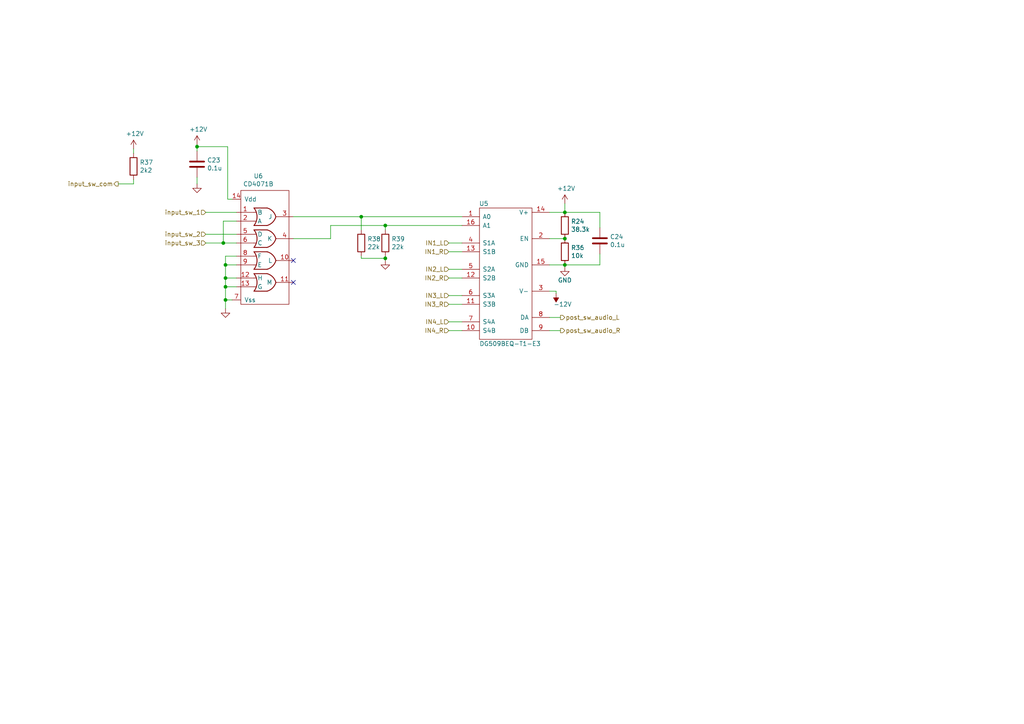
<source format=kicad_sch>
(kicad_sch (version 20230121) (generator eeschema)
  (paper "A4")
  (title_block (comment 1 "https://sound-au.com/") (comment 2 "Based on designs by Elliot Sound Products"))
  (lib_symbols
    (symbol "Device:C" (pin_numbers hide) (pin_names (offset 0.254))
      (property "Reference" "C" (at 0.635 2.54 0))
      (property "Value" "C" (at 0.635 -2.54 0))
      (symbol "C_0_1"
        (polyline (pts (xy -2.032 -0.762) (xy 2.032 -0.762)) (stroke (width 0.508)))
        (polyline (pts (xy -2.032 0.762) (xy 2.032 0.762)) (stroke (width 0.508)))
      )
      (symbol "C_1_1"
        (pin passive line (at 0 3.81 270) (length 2.794) (name "~") (number "1"))
        (pin passive line (at 0 -3.81 90) (length 2.794) (name "~") (number "2"))
      )
    )
    (symbol "Device:R" (pin_numbers hide) (pin_names (offset 0))
      (property "Reference" "R" (at 2.032 0 90))
      (property "Value" "R" (at 0 0 90))
      (symbol "R_0_1"
        (rectangle (start -1.016 -2.54) (end 1.016 2.54) (stroke (width 0.254)))
      )
      (symbol "R_1_1"
        (pin passive line (at 0 3.81 270) (length 1.27) (name "~") (number "1"))
        (pin passive line (at 0 -3.81 90) (length 1.27) (name "~") (number "2"))
      )
    )
    (symbol "audio_amp_custom:CD4071B" (pin_names (offset 1.016))
      (property "Reference" "U" (at 6.35 5.08 0))
      (property "Value" "CD4071B" (at 15.24 -30.48 0))
      (symbol "CD4071B_0_0"
        (pin input line (at 3.81 -2.54 0) (length 5.08) (name "B") (number "1"))
        (pin output line (at 20.32 -16.51 180) (length 5.08) (name "L") (number "10"))
        (pin output line (at 20.32 -22.86 180) (length 5.08) (name "M") (number "11"))
        (pin input line (at 3.81 -21.59 0) (length 5.08) (name "H") (number "12"))
        (pin input line (at 3.81 -24.13 0) (length 5.08) (name "G") (number "13"))
        (pin input line (at 3.81 -5.08 0) (length 5.08) (name "A") (number "2"))
        (pin output line (at 20.32 -3.81 180) (length 5.08) (name "J") (number "3"))
        (pin output line (at 20.32 -10.16 180) (length 5.08) (name "K") (number "4"))
        (pin input line (at 3.81 -8.89 0) (length 5.08) (name "D") (number "5"))
        (pin input line (at 3.81 -11.43 0) (length 5.08) (name "C") (number "6"))
        (pin power_in line (at 2.54 -27.94 0) (length 2.54) (name "Vss") (number "7"))
        (pin input line (at 3.81 -15.24 0) (length 5.08) (name "F") (number "8"))
        (pin input line (at 3.81 -17.78 0) (length 5.08) (name "E") (number "9"))
      )
      (symbol "CD4071B_0_1"
        (rectangle (start 5.08 3.81) (end 19.05 -29.21))
      )
      (symbol "CD4071B_1_1"
        (polyline (pts (xy 8.89 -24.13) (xy 9.525 -24.13)))
        (polyline (pts (xy 8.89 -21.59) (xy 9.525 -21.59)))
        (polyline (pts (xy 8.89 -17.78) (xy 9.525 -17.78)))
        (polyline (pts (xy 8.89 -15.24) (xy 9.525 -15.24)))
        (polyline (pts (xy 8.89 -11.43) (xy 9.525 -11.43)))
        (polyline (pts (xy 8.89 -8.89) (xy 9.525 -8.89)))
        (polyline (pts (xy 8.89 -5.08) (xy 9.525 -5.08)))
        (polyline (pts (xy 8.89 -2.54) (xy 9.525 -2.54)))
        (polyline (pts (xy 12.7 -25.4) (xy 8.89 -25.4)) (stroke (width 0.254)) (fill (type background)))
        (polyline (pts (xy 12.7 -20.32) (xy 8.89 -20.32)) (stroke (width 0.254)) (fill (type background)))
        (polyline (pts (xy 12.7 -19.05) (xy 8.89 -19.05)) (stroke (width 0.254)) (fill (type background)))
        (polyline (pts (xy 12.7 -13.97) (xy 8.89 -13.97)) (stroke (width 0.254)) (fill (type background)))
        (polyline (pts (xy 12.7 -12.7) (xy 8.89 -12.7)) (stroke (width 0.254)) (fill (type background)))
        (polyline (pts (xy 12.7 -7.62) (xy 8.89 -7.62)) (stroke (width 0.254)) (fill (type background)))
        (polyline (pts (xy 12.7 -6.35) (xy 8.89 -6.35)) (stroke (width 0.254)) (fill (type background)))
        (polyline (pts (xy 12.7 -1.27) (xy 8.89 -1.27)) (stroke (width 0.254)) (fill (type background)))
        (arc (start 8.89 -25.4) (mid 9.781 -22.86) (end 8.89 -20.32) (stroke (width 0.254)))
        (arc (start 8.89 -19.05) (mid 9.781 -16.51) (end 8.89 -13.97) (stroke (width 0.254)))
        (arc (start 8.89 -12.7) (mid 9.781 -10.16) (end 8.89 -7.62) (stroke (width 0.254)))
        (arc (start 8.89 -6.35) (mid 9.781 -3.81) (end 8.89 -1.27) (stroke (width 0.254)))
        (arc (start 12.7 -25.4) (mid 14.2993 -24.4627) (end 15.24 -22.86) (stroke (width 0.254)))
        (arc (start 12.7 -19.05) (mid 14.2993 -18.1127) (end 15.24 -16.51) (stroke (width 0.254)))
        (arc (start 12.7 -12.7) (mid 14.2993 -11.7627) (end 15.24 -10.16) (stroke (width 0.254)))
        (arc (start 12.7 -6.35) (mid 14.2993 -5.4127) (end 15.24 -3.81) (stroke (width 0.254)))
        (arc (start 15.24 -22.86) (mid 14.3119 -21.2448) (end 12.7 -20.32) (stroke (width 0.254)))
        (arc (start 15.24 -16.51) (mid 14.3119 -14.8948) (end 12.7 -13.97) (stroke (width 0.254)))
        (arc (start 15.24 -10.16) (mid 14.3119 -8.5448) (end 12.7 -7.62) (stroke (width 0.254)))
        (arc (start 15.24 -3.81) (mid 14.3119 -2.1948) (end 12.7 -1.27) (stroke (width 0.254)))
        (pin power_in line (at 2.54 1.27 0) (length 2.54) (name "Vdd") (number "14"))
      )
    )
    (symbol "audio_amp_custom:DG509BEQ-T1-E3" (pin_names (offset 0.889))
      (property "Reference" "U" (at -7.62 17.78 0))
      (property "Value" "DG509BEQ-T1-E3" (at 1.27 -22.86 0))
      (symbol "DG509BEQ-T1-E3_0_0"
        (pin input line (at -12.7 13.97 0) (length 5.08) (name "A0") (number "1"))
        (pin input line (at -12.7 -19.05 0) (length 5.08) (name "S4B") (number "10"))
        (pin input line (at -12.7 -11.43 0) (length 5.08) (name "S3B") (number "11"))
        (pin input line (at -12.7 -3.81 0) (length 5.08) (name "S2B") (number "12"))
        (pin input line (at -12.7 3.81 0) (length 5.08) (name "S1B") (number "13"))
        (pin power_in line (at 12.7 15.24 180) (length 5.08) (name "V+") (number "14"))
        (pin passive line (at 12.7 0 180) (length 5.08) (name "GND") (number "15"))
        (pin input line (at -12.7 11.43 0) (length 5.08) (name "A1") (number "16"))
        (pin input line (at 12.7 7.62 180) (length 5.08) (name "EN") (number "2"))
        (pin power_in line (at 12.7 -7.62 180) (length 5.08) (name "V-") (number "3"))
        (pin input line (at -12.7 6.35 0) (length 5.08) (name "S1A") (number "4"))
        (pin input line (at -12.7 -1.27 0) (length 5.08) (name "S2A") (number "5"))
        (pin input line (at -12.7 -8.89 0) (length 5.08) (name "S3A") (number "6"))
        (pin input line (at -12.7 -16.51 0) (length 5.08) (name "S4A") (number "7"))
        (pin output line (at 12.7 -15.24 180) (length 5.08) (name "DA") (number "8"))
        (pin output line (at 12.7 -19.05 180) (length 5.08) (name "DB") (number "9"))
      )
      (symbol "DG509BEQ-T1-E3_0_1"
        (rectangle (start -7.62 16.51) (end 7.62 -21.59))
      )
    )
    (symbol "power:+12V" (power) (pin_names (offset 0))
      (property "Value" "+12V" (at 0 3.556 0))
      (symbol "+12V_0_1"
        (polyline (pts (xy -0.762 1.27) (xy 0 2.54)))
        (polyline (pts (xy 0 0) (xy 0 2.54)))
        (polyline (pts (xy 0 2.54) (xy 0.762 1.27)))
      )
      (symbol "+12V_1_1"
        (pin power_in line (at 0 0 90) (length 0) hide (name "+12V") (number "1"))
      )
    )
    (symbol "power:-12V" (power) (pin_names (offset 0))
      (property "Value" "-12V" (at 0 3.81 0))
      (symbol "-12V_0_0"
        (pin power_in line (at 0 0 90) (length 0) hide (name "-12V") (number "1"))
      )
      (symbol "-12V_0_1"
        (polyline (pts (xy 0 0) (xy 0 1.27) (xy 0.762 1.27) (xy 0 2.54) (xy -0.762 1.27) (xy 0 1.27)) (fill (type outline)))
      )
    )
    (symbol "power:GND" (power) (pin_names (offset 0))
      (property "Value" "GND" (at 0 -3.81 0))
      (symbol "GND_0_1"
        (polyline (pts (xy 0 0) (xy 0 -1.27) (xy 1.27 -1.27) (xy 0 -2.54) (xy -1.27 -1.27) (xy 0 -1.27)))
      )
      (symbol "GND_1_1"
        (pin power_in line (at 0 0 270) (length 0) hide (name "GND") (number "1"))
      )
    )
  )
  (junction (at 65.405 86.995))
  (junction (at 65.405 76.835))
  (junction (at 163.83 61.595))
  (junction (at 65.405 80.645))
  (junction (at 111.76 74.93))
  (junction (at 57.15 42.545))
  (junction (at 104.775 62.865))
  (junction (at 111.76 65.405))
  (junction (at 163.83 76.835))
  (junction (at 64.77 70.485))
  (junction (at 163.83 69.215))
  (junction (at 65.405 83.185))
  (no_connect (at 85.09 75.565))
  (no_connect (at 85.09 81.915))
  (wire (pts (xy 111.76 75.565) (xy 111.76 74.93)))
  (wire (pts (xy 130.175 70.485) (xy 133.985 70.485)))
  (wire (pts (xy 104.775 62.865) (xy 104.775 66.675)))
  (wire (pts (xy 159.385 76.835) (xy 163.83 76.835)))
  (wire (pts (xy 159.385 92.075) (xy 162.56 92.075)))
  (wire (pts (xy 34.29 53.34) (xy 38.735 53.34)))
  (wire (pts (xy 65.405 89.535) (xy 65.405 86.995)))
  (wire (pts (xy 65.405 86.995) (xy 67.31 86.995)))
  (wire (pts (xy 130.175 73.025) (xy 133.985 73.025)))
  (wire (pts (xy 130.175 78.105) (xy 133.985 78.105)))
  (wire (pts (xy 130.175 95.885) (xy 133.985 95.885)))
  (wire (pts (xy 57.15 43.815) (xy 57.15 42.545)))
  (wire (pts (xy 104.775 74.93) (xy 104.775 74.295)))
  (wire (pts (xy 95.885 69.215) (xy 95.885 65.405)))
  (wire (pts (xy 64.77 70.485) (xy 59.69 70.485)))
  (wire (pts (xy 57.15 42.545) (xy 57.15 41.91)))
  (wire (pts (xy 85.09 69.215) (xy 95.885 69.215)))
  (wire (pts (xy 111.76 74.93) (xy 111.76 74.295)))
  (wire (pts (xy 111.76 65.405) (xy 111.76 66.675)))
  (wire (pts (xy 57.15 53.34) (xy 57.15 51.435)))
  (wire (pts (xy 173.99 76.835) (xy 163.83 76.835)))
  (wire (pts (xy 68.58 70.485) (xy 64.77 70.485)))
  (wire (pts (xy 65.405 74.295) (xy 65.405 76.835)))
  (wire (pts (xy 68.58 64.135) (xy 64.77 64.135)))
  (wire (pts (xy 159.385 61.595) (xy 163.83 61.595)))
  (wire (pts (xy 68.58 61.595) (xy 59.69 61.595)))
  (wire (pts (xy 68.58 74.295) (xy 65.405 74.295)))
  (wire (pts (xy 38.735 44.45) (xy 38.735 43.18)))
  (wire (pts (xy 66.04 42.545) (xy 66.04 57.785)))
  (wire (pts (xy 65.405 76.835) (xy 65.405 80.645)))
  (wire (pts (xy 163.83 61.595) (xy 163.83 59.055)))
  (wire (pts (xy 159.385 95.885) (xy 162.56 95.885)))
  (wire (pts (xy 65.405 80.645) (xy 65.405 83.185)))
  (wire (pts (xy 159.385 69.215) (xy 163.83 69.215)))
  (wire (pts (xy 111.76 74.93) (xy 104.775 74.93)))
  (wire (pts (xy 65.405 83.185) (xy 65.405 86.995)))
  (wire (pts (xy 161.29 85.09) (xy 161.29 84.455)))
  (wire (pts (xy 68.58 80.645) (xy 65.405 80.645)))
  (wire (pts (xy 130.175 88.265) (xy 133.985 88.265)))
  (wire (pts (xy 130.175 93.345) (xy 133.985 93.345)))
  (wire (pts (xy 38.735 52.07) (xy 38.735 53.34)))
  (wire (pts (xy 130.175 85.725) (xy 133.985 85.725)))
  (wire (pts (xy 130.175 80.645) (xy 133.985 80.645)))
  (wire (pts (xy 161.29 84.455) (xy 159.385 84.455)))
  (wire (pts (xy 66.04 57.785) (xy 67.31 57.785)))
  (wire (pts (xy 173.99 61.595) (xy 163.83 61.595)))
  (wire (pts (xy 111.76 65.405) (xy 133.985 65.405)))
  (wire (pts (xy 68.58 76.835) (xy 65.405 76.835)))
  (wire (pts (xy 95.885 65.405) (xy 111.76 65.405)))
  (wire (pts (xy 68.58 67.945) (xy 59.69 67.945)))
  (wire (pts (xy 173.99 73.66) (xy 173.99 76.835)))
  (wire (pts (xy 64.77 64.135) (xy 64.77 70.485)))
  (wire (pts (xy 104.775 62.865) (xy 85.09 62.865)))
  (wire (pts (xy 57.15 42.545) (xy 66.04 42.545)))
  (wire (pts (xy 173.99 66.04) (xy 173.99 61.595)))
  (wire (pts (xy 68.58 83.185) (xy 65.405 83.185)))
  (wire (pts (xy 163.83 76.835) (xy 163.83 77.47)))
  (wire (pts (xy 104.775 62.865) (xy 133.985 62.865)))
  (hierarchical_label "IN4_L" (shape input) (at 130.175 93.345 180))
  (hierarchical_label "IN2_R" (shape input) (at 130.175 80.645 180))
  (hierarchical_label "post_sw_audio_L" (shape output) (at 162.56 92.075 0))
  (hierarchical_label "post_sw_audio_R" (shape output) (at 162.56 95.885 0))
  (hierarchical_label "input_sw_com" (shape output) (at 34.29 53.34 180))
  (hierarchical_label "input_sw_3" (shape input) (at 59.69 70.485 180))
  (hierarchical_label "IN1_L" (shape input) (at 130.175 70.485 180))
  (hierarchical_label "input_sw_1" (shape input) (at 59.69 61.595 180))
  (hierarchical_label "IN1_R" (shape input) (at 130.175 73.025 180))
  (hierarchical_label "IN3_R" (shape input) (at 130.175 88.265 180))
  (hierarchical_label "IN4_R" (shape input) (at 130.175 95.885 180))
  (hierarchical_label "input_sw_2" (shape input) (at 59.69 67.945 180))
  (hierarchical_label "IN3_L" (shape input) (at 130.175 85.725 180))
  (hierarchical_label "IN2_L" (shape input) (at 130.175 78.105 180))
  (symbol (lib_id "power:GND") (at 163.83 77.47 0) (unit 1)
    (property "Reference" "#PWR037" (effects hide))
    (property "Value" "GND" (at 163.83 81.28 0))
  )
  (symbol (lib_id "power:-12V") (at 161.29 85.09 180) (unit 1)
    (property "Reference" "#PWR035" (effects hide))
    (property "Value" "-12V" (at 163.195 88.265 0))
  )
  (symbol (lib_id "power:+12V") (at 163.83 59.055 0) (unit 1)
    (property "Reference" "#PWR036" (effects hide))
    (property "Value" "+12V" (at 164.211 54.6608 0))
  )
  (symbol (lib_id "audio_amp_custom:DG509BEQ-T1-E3") (at 146.685 76.835 0) (unit 1)
    (property "Reference" "U5" (at 140.335 59.055 0))
    (property "Value" "DG509BEQ-T1-E3" (at 147.955 99.695 0))
    (property "Footprint" "Package_SO:TSSOP-16_4.4x5mm_P0.65mm" (effects hide))
    (property "Datasheet" "http://www.vishay.com/docs/64821/dg508b.pdf" (effects hide))
    (property "DigiKey" "https://www.digikey.com/product-detail/en/vishay-siliconix/DG509BEQ-T1-E3/DG509BEQ-T1-E3CT-ND/2296900" (effects hide))
    (property "MFG" "Vishay Siliconix" (effects hide))
    (property "MPN" "DG509BEQ-T1-E3" (effects hide))
  )
  (symbol (lib_id "Device:R") (at 163.83 65.405 0) (unit 1)
    (property "Reference" "R24" (at 165.608 64.2366 0) (effects (justify left)))
    (property "Value" "38.3k" (at 165.608 66.548 0) (effects (justify left)))
    (property "Footprint" "Resistor_SMD:R_0201_0603Metric_Pad0.64x0.40mm_HandSolder" (effects hide))
    (property "DigiKey" "https://www.digikey.com/product-detail/en/panasonic-electronic-components/ERJ-3EKF3832V/P38-3KHCT-ND/198358" (effects hide))
    (property "MFG" "Panasonic Electronic Components" (effects hide))
    (property "MPN" "ERJ-3EKF3832V" (effects hide))
  )
  (symbol (lib_id "Device:R") (at 163.83 73.025 0) (unit 1)
    (property "Reference" "R36" (at 165.608 71.8566 0) (effects (justify left)))
    (property "Value" "10k" (at 165.608 74.168 0) (effects (justify left)))
    (property "Footprint" "Resistor_SMD:R_0201_0603Metric_Pad0.64x0.40mm_HandSolder" (effects hide))
    (property "DigiKey" "https://www.digikey.com/product-detail/en/te-connectivity-passive-product/CRGCQ0603F10K/A129700CT-ND/8577532" (effects hide))
    (property "MFG" "TE Connectivity Passive Product" (effects hide))
    (property "MPN" "CRGCQ0603F10K" (effects hide))
  )
  (symbol (lib_id "Device:R") (at 38.735 48.26 0) (unit 1)
    (property "Reference" "R37" (at 40.513 47.0916 0) (effects (justify left)))
    (property "Value" "2k2" (at 40.513 49.403 0) (effects (justify left)))
    (property "Footprint" "Resistor_SMD:R_0201_0603Metric_Pad0.64x0.40mm_HandSolder" (effects hide))
    (property "DigiKey" "https://www.digikey.com/product-detail/en/te-connectivity-passive-product/CRGCQ0603F2K2/A129692CT-ND/8577524" (effects hide))
    (property "MFG" "TE Connectivity Passive Product" (effects hide))
    (property "MPN" "CRGCQ0603F2K2" (effects hide))
  )
  (symbol (lib_id "power:+12V") (at 38.735 43.18 0) (unit 1)
    (property "Reference" "#PWR038" (effects hide))
    (property "Value" "+12V" (at 39.116 38.7858 0))
  )
  (symbol (lib_id "audio_amp_custom:CD4071B") (at 64.77 59.055 0) (unit 1)
    (property "Reference" "U6" (at 74.93 51.054 0))
    (property "Value" "CD4071B" (at 74.93 53.3654 0))
    (property "Footprint" "Package_SO:SOIC-14_3.9x8.7mm_P1.27mm" (effects hide))
    (property "Datasheet" "http://www.ti.com/general/docs/suppproductinfo.tsp?distId=10&gotoUrl=http%3A%2F%2Fwww.ti.com%2Flit%2Fgpn%2Fcd4071b" (effects hide))
    (property "DigiKey" "https://www.digikey.com/en/products/detail/texas-instruments/CD4071BM/528406" (effects hide))
    (property "MFG" "Texas Instruments" (effects hide))
    (property "MPN" "CD4071BM96" (effects hide))
  )
  (symbol (lib_id "power:GND") (at 65.405 89.535 0) (unit 1)
    (property "Reference" "#PWR041" (effects hide))
    (property "Value" "GND" (effects hide))
  )
  (symbol (lib_id "power:GND") (at 57.15 53.34 0) (unit 1)
    (property "Reference" "#PWR040" (effects hide))
    (property "Value" "GND" (effects hide))
  )
  (symbol (lib_id "power:+12V") (at 57.15 41.91 0) (unit 1)
    (property "Reference" "#PWR039" (effects hide))
    (property "Value" "+12V" (at 57.531 37.5158 0))
  )
  (symbol (lib_id "Device:R") (at 104.775 70.485 0) (unit 1)
    (property "Reference" "R38" (at 106.553 69.3166 0) (effects (justify left)))
    (property "Value" "22k" (at 106.553 71.628 0) (effects (justify left)))
    (property "Footprint" "Resistor_SMD:R_0201_0603Metric_Pad0.64x0.40mm_HandSolder" (effects hide))
    (property "DigiKey" "https://www.digikey.com/product-detail/en/te-connectivity-passive-product/CRGCQ0603F22K/A129704CT-ND/8577536" (effects hide))
    (property "MFG" "TE Connectivity Passive Product" (effects hide))
    (property "MPN" "CRGCQ0603F22K" (effects hide))
  )
  (symbol (lib_id "Device:R") (at 111.76 70.485 0) (unit 1)
    (property "Reference" "R39" (at 113.538 69.3166 0) (effects (justify left)))
    (property "Value" "22k" (at 113.538 71.628 0) (effects (justify left)))
    (property "Footprint" "Resistor_SMD:R_0201_0603Metric_Pad0.64x0.40mm_HandSolder" (effects hide))
    (property "DigiKey" "https://www.digikey.com/product-detail/en/te-connectivity-passive-product/CRGCQ0603F22K/A129704CT-ND/8577536" (effects hide))
    (property "MFG" "TE Connectivity Passive Product" (effects hide))
    (property "MPN" "CRGCQ0603F22K" (effects hide))
  )
  (symbol (lib_id "power:GND") (at 111.76 75.565 0) (unit 1)
    (property "Reference" "#PWR042" (effects hide))
    (property "Value" "GND" (effects hide))
  )
  (symbol (lib_id "Device:C") (at 57.15 47.625 0) (unit 1)
    (property "Reference" "C23" (at 60.071 46.4566 0) (effects (justify left)))
    (property "Value" "0.1u" (at 60.071 48.768 0) (effects (justify left)))
    (property "Footprint" "Capacitor_SMD:C_0603_1608Metric_Pad1.08x0.95mm_HandSolder" (effects hide))
    (property "DigiKey" "https://www.digikey.com/product-detail/en/kemet/C0603C104Z3VACTU/399-1100-1-ND/411375" (effects hide))
    (property "MFG" "KEMET" (effects hide))
    (property "MPN" "C0603C104Z3VACTU" (effects hide))
  )
  (symbol (lib_id "Device:C") (at 173.99 69.85 0) (unit 1)
    (property "Reference" "C24" (at 176.911 68.6816 0) (effects (justify left)))
    (property "Value" "0.1u" (at 176.911 70.993 0) (effects (justify left)))
    (property "Footprint" "Capacitor_SMD:C_0603_1608Metric_Pad1.08x0.95mm_HandSolder" (effects hide))
    (property "DigiKey" "https://www.digikey.com/product-detail/en/kemet/C0603C104Z3VACTU/399-1100-1-ND/411375" (effects hide))
    (property "MFG" "KEMET" (effects hide))
    (property "MPN" "C0603C104Z3VACTU" (effects hide))
  )
)
</source>
